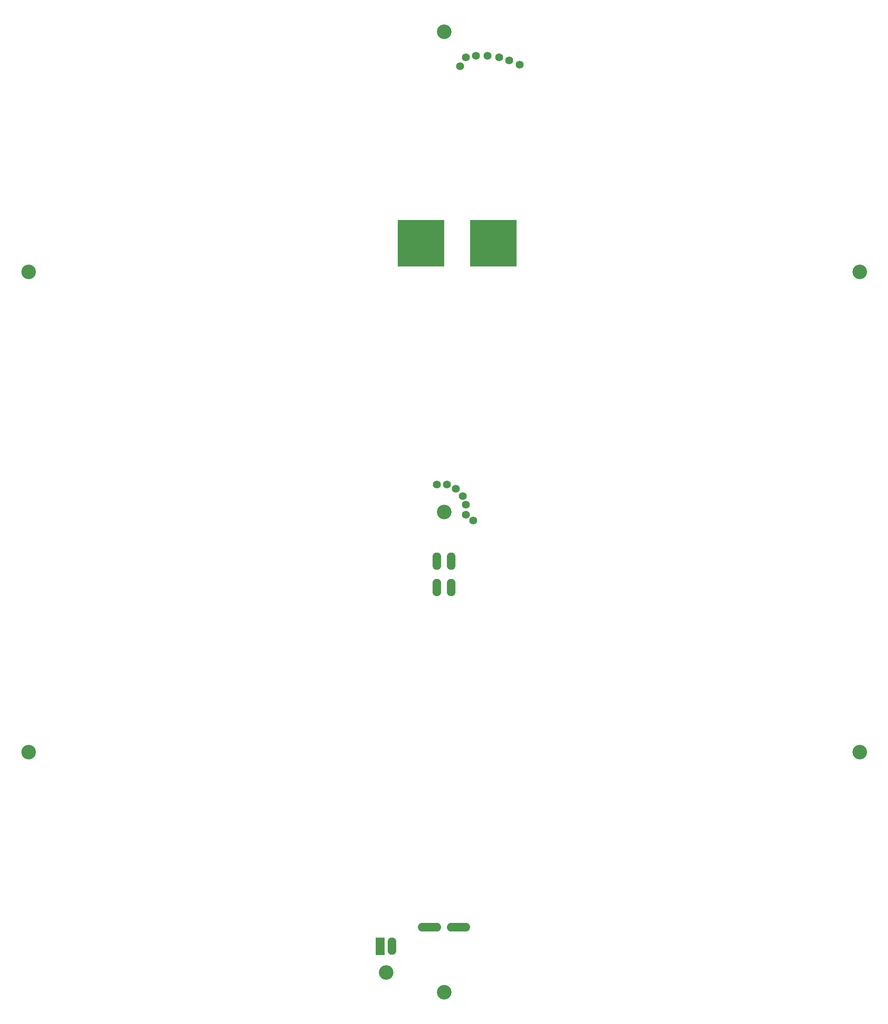
<source format=gbr>
G04 DipTrace 2.3.0.1*
%IN58744_REV1_BottomMask.gbr*%
%MOIN*%
%ADD21O,0.2X0.075*%
%ADD22O,0.075X0.15*%
%ADD26C,0.126*%
%ADD28C,0.068*%
%FSLAX44Y44*%
G04*
G70*
G90*
G75*
G01*
%LNBotMask*%
%LPD*%
D28*
X49119Y86372D3*
X48619Y85622D3*
X49994Y86497D3*
X50994D3*
X51994Y86372D3*
X53744Y85747D3*
X52869Y86122D3*
X46619Y49622D3*
X47494D3*
X48244Y49247D3*
X48869Y48622D3*
X49119Y47872D3*
Y46997D3*
X49744Y46497D3*
D26*
X47244Y88587D3*
X11444Y67917D3*
X83044D3*
Y26577D3*
X11444D3*
X47244Y5907D3*
Y47247D3*
X42244Y7622D3*
G36*
X49494Y72372D2*
X53494D1*
Y68372D1*
X49494D1*
Y72372D1*
G37*
G36*
X43244D2*
X47244D1*
Y68372D1*
X43244D1*
Y72372D1*
G37*
D22*
X42744Y9872D3*
G36*
X41369Y10622D2*
X42119D1*
Y9122D1*
X41369D1*
Y10622D1*
G37*
D21*
X45994Y11497D3*
X48494D3*
D22*
X47869Y42997D3*
X46619D3*
X47869Y40747D3*
X46619D3*
M02*

</source>
